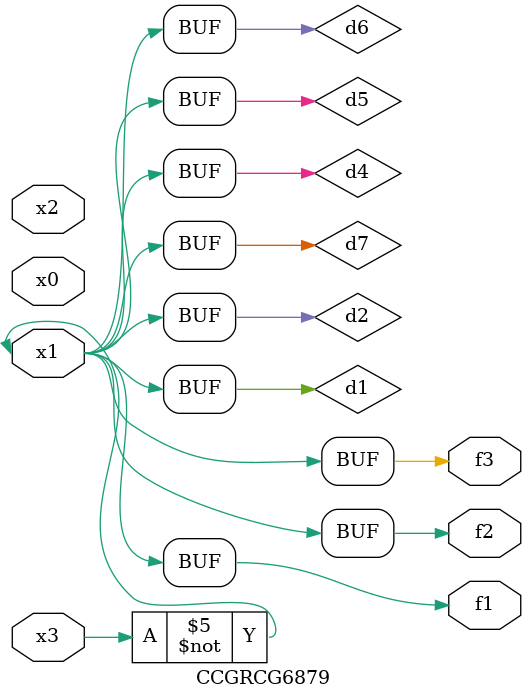
<source format=v>
module CCGRCG6879(
	input x0, x1, x2, x3,
	output f1, f2, f3
);

	wire d1, d2, d3, d4, d5, d6, d7;

	not (d1, x3);
	buf (d2, x1);
	xnor (d3, d1, d2);
	nor (d4, d1);
	buf (d5, d1, d2);
	buf (d6, d4, d5);
	nand (d7, d4);
	assign f1 = d6;
	assign f2 = d7;
	assign f3 = d6;
endmodule

</source>
